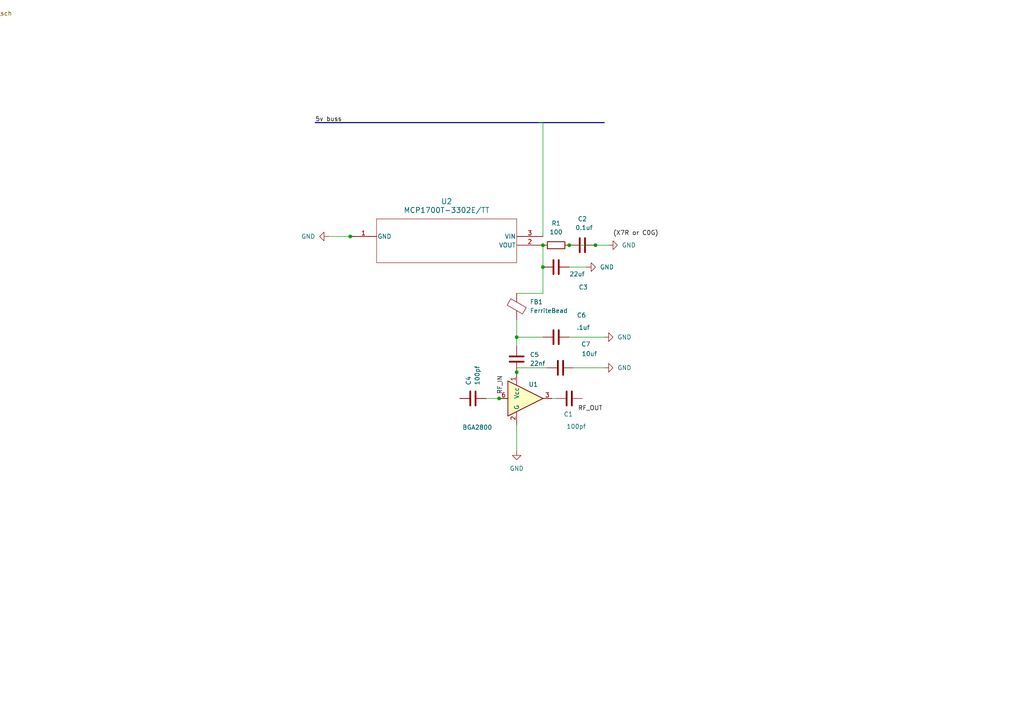
<source format=kicad_sch>
(kicad_sch
	(version 20231120)
	(generator "eeschema")
	(generator_version "8.0")
	(uuid "565dcea6-58c3-4565-a6c8-7ae93ea57e62")
	(paper "A4")
	(lib_symbols
		(symbol "Device:C"
			(pin_numbers hide)
			(pin_names
				(offset 0.254)
			)
			(exclude_from_sim no)
			(in_bom yes)
			(on_board yes)
			(property "Reference" "C"
				(at 0.635 2.54 0)
				(effects
					(font
						(size 1.27 1.27)
					)
					(justify left)
				)
			)
			(property "Value" "C"
				(at 0.635 -2.54 0)
				(effects
					(font
						(size 1.27 1.27)
					)
					(justify left)
				)
			)
			(property "Footprint" ""
				(at 0.9652 -3.81 0)
				(effects
					(font
						(size 1.27 1.27)
					)
					(hide yes)
				)
			)
			(property "Datasheet" "~"
				(at 0 0 0)
				(effects
					(font
						(size 1.27 1.27)
					)
					(hide yes)
				)
			)
			(property "Description" "Unpolarized capacitor"
				(at 0 0 0)
				(effects
					(font
						(size 1.27 1.27)
					)
					(hide yes)
				)
			)
			(property "ki_keywords" "cap capacitor"
				(at 0 0 0)
				(effects
					(font
						(size 1.27 1.27)
					)
					(hide yes)
				)
			)
			(property "ki_fp_filters" "C_*"
				(at 0 0 0)
				(effects
					(font
						(size 1.27 1.27)
					)
					(hide yes)
				)
			)
			(symbol "C_0_1"
				(polyline
					(pts
						(xy -2.032 -0.762) (xy 2.032 -0.762)
					)
					(stroke
						(width 0.508)
						(type default)
					)
					(fill
						(type none)
					)
				)
				(polyline
					(pts
						(xy -2.032 0.762) (xy 2.032 0.762)
					)
					(stroke
						(width 0.508)
						(type default)
					)
					(fill
						(type none)
					)
				)
			)
			(symbol "C_1_1"
				(pin passive line
					(at 0 3.81 270)
					(length 2.794)
					(name "~"
						(effects
							(font
								(size 1.27 1.27)
							)
						)
					)
					(number "1"
						(effects
							(font
								(size 1.27 1.27)
							)
						)
					)
				)
				(pin passive line
					(at 0 -3.81 90)
					(length 2.794)
					(name "~"
						(effects
							(font
								(size 1.27 1.27)
							)
						)
					)
					(number "2"
						(effects
							(font
								(size 1.27 1.27)
							)
						)
					)
				)
			)
		)
		(symbol "Device:FerriteBead"
			(pin_numbers hide)
			(pin_names
				(offset 0)
			)
			(exclude_from_sim no)
			(in_bom yes)
			(on_board yes)
			(property "Reference" "FB"
				(at -3.81 0.635 90)
				(effects
					(font
						(size 1.27 1.27)
					)
				)
			)
			(property "Value" "FerriteBead"
				(at 3.81 0 90)
				(effects
					(font
						(size 1.27 1.27)
					)
				)
			)
			(property "Footprint" ""
				(at -1.778 0 90)
				(effects
					(font
						(size 1.27 1.27)
					)
					(hide yes)
				)
			)
			(property "Datasheet" "~"
				(at 0 0 0)
				(effects
					(font
						(size 1.27 1.27)
					)
					(hide yes)
				)
			)
			(property "Description" "Ferrite bead"
				(at 0 0 0)
				(effects
					(font
						(size 1.27 1.27)
					)
					(hide yes)
				)
			)
			(property "ki_keywords" "L ferrite bead inductor filter"
				(at 0 0 0)
				(effects
					(font
						(size 1.27 1.27)
					)
					(hide yes)
				)
			)
			(property "ki_fp_filters" "Inductor_* L_* *Ferrite*"
				(at 0 0 0)
				(effects
					(font
						(size 1.27 1.27)
					)
					(hide yes)
				)
			)
			(symbol "FerriteBead_0_1"
				(polyline
					(pts
						(xy 0 -1.27) (xy 0 -1.2192)
					)
					(stroke
						(width 0)
						(type default)
					)
					(fill
						(type none)
					)
				)
				(polyline
					(pts
						(xy 0 1.27) (xy 0 1.2954)
					)
					(stroke
						(width 0)
						(type default)
					)
					(fill
						(type none)
					)
				)
				(polyline
					(pts
						(xy -2.7686 0.4064) (xy -1.7018 2.2606) (xy 2.7686 -0.3048) (xy 1.6764 -2.159) (xy -2.7686 0.4064)
					)
					(stroke
						(width 0)
						(type default)
					)
					(fill
						(type none)
					)
				)
			)
			(symbol "FerriteBead_1_1"
				(pin passive line
					(at 0 3.81 270)
					(length 2.54)
					(name "~"
						(effects
							(font
								(size 1.27 1.27)
							)
						)
					)
					(number "1"
						(effects
							(font
								(size 1.27 1.27)
							)
						)
					)
				)
				(pin passive line
					(at 0 -3.81 90)
					(length 2.54)
					(name "~"
						(effects
							(font
								(size 1.27 1.27)
							)
						)
					)
					(number "2"
						(effects
							(font
								(size 1.27 1.27)
							)
						)
					)
				)
			)
		)
		(symbol "Device:R"
			(pin_numbers hide)
			(pin_names
				(offset 0)
			)
			(exclude_from_sim no)
			(in_bom yes)
			(on_board yes)
			(property "Reference" "R"
				(at 2.032 0 90)
				(effects
					(font
						(size 1.27 1.27)
					)
				)
			)
			(property "Value" "R"
				(at 0 0 90)
				(effects
					(font
						(size 1.27 1.27)
					)
				)
			)
			(property "Footprint" ""
				(at -1.778 0 90)
				(effects
					(font
						(size 1.27 1.27)
					)
					(hide yes)
				)
			)
			(property "Datasheet" "~"
				(at 0 0 0)
				(effects
					(font
						(size 1.27 1.27)
					)
					(hide yes)
				)
			)
			(property "Description" "Resistor"
				(at 0 0 0)
				(effects
					(font
						(size 1.27 1.27)
					)
					(hide yes)
				)
			)
			(property "ki_keywords" "R res resistor"
				(at 0 0 0)
				(effects
					(font
						(size 1.27 1.27)
					)
					(hide yes)
				)
			)
			(property "ki_fp_filters" "R_*"
				(at 0 0 0)
				(effects
					(font
						(size 1.27 1.27)
					)
					(hide yes)
				)
			)
			(symbol "R_0_1"
				(rectangle
					(start -1.016 -2.54)
					(end 1.016 2.54)
					(stroke
						(width 0.254)
						(type default)
					)
					(fill
						(type none)
					)
				)
			)
			(symbol "R_1_1"
				(pin passive line
					(at 0 3.81 270)
					(length 1.27)
					(name "~"
						(effects
							(font
								(size 1.27 1.27)
							)
						)
					)
					(number "1"
						(effects
							(font
								(size 1.27 1.27)
							)
						)
					)
				)
				(pin passive line
					(at 0 -3.81 90)
					(length 1.27)
					(name "~"
						(effects
							(font
								(size 1.27 1.27)
							)
						)
					)
					(number "2"
						(effects
							(font
								(size 1.27 1.27)
							)
						)
					)
				)
			)
		)
		(symbol "New_Library_2:MCP1700T-3302E_TT"
			(pin_names
				(offset 0.254)
			)
			(exclude_from_sim no)
			(in_bom yes)
			(on_board yes)
			(property "Reference" "U"
				(at 27.94 10.16 0)
				(effects
					(font
						(size 1.524 1.524)
					)
				)
			)
			(property "Value" "MCP1700T-3302E/TT"
				(at 27.94 7.62 0)
				(effects
					(font
						(size 1.524 1.524)
					)
				)
			)
			(property "Footprint" "SOT-23_MC_MCH"
				(at 0 0 0)
				(effects
					(font
						(size 1.27 1.27)
						(italic yes)
					)
					(hide yes)
				)
			)
			(property "Datasheet" "MCP1700T-3302E/TT"
				(at 0 0 0)
				(effects
					(font
						(size 1.27 1.27)
						(italic yes)
					)
					(hide yes)
				)
			)
			(property "Description" ""
				(at 0 0 0)
				(effects
					(font
						(size 1.27 1.27)
					)
					(hide yes)
				)
			)
			(property "ki_locked" ""
				(at 0 0 0)
				(effects
					(font
						(size 1.27 1.27)
					)
				)
			)
			(property "ki_keywords" "MCP1700T-3302E/TT"
				(at 0 0 0)
				(effects
					(font
						(size 1.27 1.27)
					)
					(hide yes)
				)
			)
			(property "ki_fp_filters" "SOT-23_MC_MCH SOT-23_MC_MCH-M SOT-23_MC_MCH-L"
				(at 0 0 0)
				(effects
					(font
						(size 1.27 1.27)
					)
					(hide yes)
				)
			)
			(symbol "MCP1700T-3302E_TT_0_1"
				(polyline
					(pts
						(xy 7.62 -7.62) (xy 48.26 -7.62)
					)
					(stroke
						(width 0.127)
						(type default)
					)
					(fill
						(type none)
					)
				)
				(polyline
					(pts
						(xy 7.62 5.08) (xy 7.62 -7.62)
					)
					(stroke
						(width 0.127)
						(type default)
					)
					(fill
						(type none)
					)
				)
				(polyline
					(pts
						(xy 48.26 -7.62) (xy 48.26 5.08)
					)
					(stroke
						(width 0.127)
						(type default)
					)
					(fill
						(type none)
					)
				)
				(polyline
					(pts
						(xy 48.26 5.08) (xy 7.62 5.08)
					)
					(stroke
						(width 0.127)
						(type default)
					)
					(fill
						(type none)
					)
				)
				(pin unspecified line
					(at 0 0 0)
					(length 7.62)
					(name "GND"
						(effects
							(font
								(size 1.27 1.27)
							)
						)
					)
					(number "1"
						(effects
							(font
								(size 1.27 1.27)
							)
						)
					)
				)
				(pin unspecified line
					(at 55.88 -2.54 180)
					(length 7.62)
					(name "VOUT"
						(effects
							(font
								(size 1.27 1.27)
							)
						)
					)
					(number "2"
						(effects
							(font
								(size 1.27 1.27)
							)
						)
					)
				)
				(pin unspecified line
					(at 55.88 0 180)
					(length 7.62)
					(name "VIN"
						(effects
							(font
								(size 1.27 1.27)
							)
						)
					)
					(number "3"
						(effects
							(font
								(size 1.27 1.27)
							)
						)
					)
				)
			)
		)
		(symbol "RF_Amplifier:BGA2800"
			(exclude_from_sim no)
			(in_bom yes)
			(on_board yes)
			(property "Reference" "U"
				(at 2.54 6.35 0)
				(effects
					(font
						(size 1.27 1.27)
					)
				)
			)
			(property "Value" "BGA2800"
				(at 3.81 3.81 0)
				(effects
					(font
						(size 1.27 1.27)
					)
				)
			)
			(property "Footprint" "Package_TO_SOT_SMD:SOT-363_SC-70-6"
				(at -1.27 -16.51 0)
				(effects
					(font
						(size 1.27 1.27)
					)
					(hide yes)
				)
			)
			(property "Datasheet" "https://www.nxp.com/docs/en/data-sheet/BGA2800.pdf"
				(at 0 0 0)
				(effects
					(font
						(size 1.27 1.27)
					)
					(hide yes)
				)
			)
			(property "Description" "MMIC wideband amplifier, DC-2.2GHz, +20.2dB @ 2150MHz, 3.3V, SOT-363"
				(at 0 0 0)
				(effects
					(font
						(size 1.27 1.27)
					)
					(hide yes)
				)
			)
			(property "ki_keywords" "RF GAIN BLOCK"
				(at 0 0 0)
				(effects
					(font
						(size 1.27 1.27)
					)
					(hide yes)
				)
			)
			(property "ki_fp_filters" "SOT*363*"
				(at 0 0 0)
				(effects
					(font
						(size 1.27 1.27)
					)
					(hide yes)
				)
			)
			(symbol "BGA2800_0_1"
				(polyline
					(pts
						(xy 5.08 0) (xy -5.08 5.08) (xy -5.08 -5.08) (xy 5.08 0)
					)
					(stroke
						(width 0.254)
						(type default)
					)
					(fill
						(type background)
					)
				)
			)
			(symbol "BGA2800_1_1"
				(pin power_in line
					(at -2.54 7.62 270)
					(length 3.81)
					(name "Vcc"
						(effects
							(font
								(size 1.27 1.27)
							)
						)
					)
					(number "1"
						(effects
							(font
								(size 1.27 1.27)
							)
						)
					)
				)
				(pin power_in line
					(at -2.54 -7.62 90)
					(length 3.81)
					(name "G"
						(effects
							(font
								(size 1.27 1.27)
							)
						)
					)
					(number "2"
						(effects
							(font
								(size 1.27 1.27)
							)
						)
					)
				)
				(pin output line
					(at 7.62 0 180)
					(length 2.54)
					(name "~"
						(effects
							(font
								(size 1.27 1.27)
							)
						)
					)
					(number "3"
						(effects
							(font
								(size 1.27 1.27)
							)
						)
					)
				)
				(pin passive line
					(at -2.54 -7.62 90)
					(length 3.81) hide
					(name "G"
						(effects
							(font
								(size 1.27 1.27)
							)
						)
					)
					(number "4"
						(effects
							(font
								(size 1.27 1.27)
							)
						)
					)
				)
				(pin passive line
					(at -2.54 -7.62 90)
					(length 3.81) hide
					(name "G"
						(effects
							(font
								(size 1.27 1.27)
							)
						)
					)
					(number "5"
						(effects
							(font
								(size 1.27 1.27)
							)
						)
					)
				)
				(pin input line
					(at -7.62 0 0)
					(length 2.54)
					(name "~"
						(effects
							(font
								(size 1.27 1.27)
							)
						)
					)
					(number "6"
						(effects
							(font
								(size 1.27 1.27)
							)
						)
					)
				)
			)
		)
		(symbol "power:GND"
			(power)
			(pin_numbers hide)
			(pin_names
				(offset 0) hide)
			(exclude_from_sim no)
			(in_bom yes)
			(on_board yes)
			(property "Reference" "#PWR"
				(at 0 -6.35 0)
				(effects
					(font
						(size 1.27 1.27)
					)
					(hide yes)
				)
			)
			(property "Value" "GND"
				(at 0 -3.81 0)
				(effects
					(font
						(size 1.27 1.27)
					)
				)
			)
			(property "Footprint" ""
				(at 0 0 0)
				(effects
					(font
						(size 1.27 1.27)
					)
					(hide yes)
				)
			)
			(property "Datasheet" ""
				(at 0 0 0)
				(effects
					(font
						(size 1.27 1.27)
					)
					(hide yes)
				)
			)
			(property "Description" "Power symbol creates a global label with name \"GND\" , ground"
				(at 0 0 0)
				(effects
					(font
						(size 1.27 1.27)
					)
					(hide yes)
				)
			)
			(property "ki_keywords" "global power"
				(at 0 0 0)
				(effects
					(font
						(size 1.27 1.27)
					)
					(hide yes)
				)
			)
			(symbol "GND_0_1"
				(polyline
					(pts
						(xy 0 0) (xy 0 -1.27) (xy 1.27 -1.27) (xy 0 -2.54) (xy -1.27 -1.27) (xy 0 -1.27)
					)
					(stroke
						(width 0)
						(type default)
					)
					(fill
						(type none)
					)
				)
			)
			(symbol "GND_1_1"
				(pin power_in line
					(at 0 0 270)
					(length 0)
					(name "~"
						(effects
							(font
								(size 1.27 1.27)
							)
						)
					)
					(number "1"
						(effects
							(font
								(size 1.27 1.27)
							)
						)
					)
				)
			)
		)
	)
	(junction
		(at 144.78 115.57)
		(diameter 0)
		(color 0 0 0 0)
		(uuid "03d4538c-14b9-4496-ae53-218bd4ee3283")
	)
	(junction
		(at 149.86 97.79)
		(diameter 0)
		(color 0 0 0 0)
		(uuid "1588f194-637c-4e92-9a89-7cf3b4b9695c")
	)
	(junction
		(at 101.6 68.58)
		(diameter 0)
		(color 0 0 0 0)
		(uuid "2d2d2133-10ae-4550-81e1-9f52b218a294")
	)
	(junction
		(at 165.1 71.12)
		(diameter 0)
		(color 0 0 0 0)
		(uuid "32e75c6b-cb3a-4db1-9778-11adcd7ac30a")
	)
	(junction
		(at 172.72 71.12)
		(diameter 0)
		(color 0 0 0 0)
		(uuid "51ef0b21-485e-492b-9f8c-a66bad351e7d")
	)
	(junction
		(at 149.86 107.95)
		(diameter 0)
		(color 0 0 0 0)
		(uuid "72dda3b2-2603-433d-b8bd-f650d7142903")
	)
	(junction
		(at 157.48 71.12)
		(diameter 0)
		(color 0 0 0 0)
		(uuid "87487084-a598-4f26-bcd1-7ee8430d6151")
	)
	(junction
		(at 157.48 77.47)
		(diameter 0)
		(color 0 0 0 0)
		(uuid "8e29abf5-d4f5-403e-b99f-98c3c2d15a6e")
	)
	(wire
		(pts
			(xy 140.97 115.57) (xy 144.78 115.57)
		)
		(stroke
			(width 0)
			(type default)
		)
		(uuid "048dcd10-b871-419f-973c-906863c18ac1")
	)
	(wire
		(pts
			(xy 149.86 106.68) (xy 149.86 107.95)
		)
		(stroke
			(width 0)
			(type default)
		)
		(uuid "1bf2f1a4-c48d-4131-8a93-ba9ad389e0dc")
	)
	(wire
		(pts
			(xy 157.48 77.47) (xy 157.48 85.09)
		)
		(stroke
			(width 0)
			(type default)
		)
		(uuid "1fa55c22-58f8-4129-97ad-b2eca77a5ee8")
	)
	(wire
		(pts
			(xy 165.1 71.12) (xy 172.72 71.12)
		)
		(stroke
			(width 0)
			(type default)
		)
		(uuid "292af947-5e98-478d-85ce-b0d3ce88fd21")
	)
	(wire
		(pts
			(xy 172.72 71.12) (xy 176.53 71.12)
		)
		(stroke
			(width 0)
			(type default)
		)
		(uuid "2c2f2c54-1165-4853-bf8a-4f7ebcffc042")
	)
	(wire
		(pts
			(xy 161.29 115.57) (xy 160.02 115.57)
		)
		(stroke
			(width 0)
			(type default)
		)
		(uuid "3b961620-a954-4fde-864d-247fb67e92ae")
	)
	(wire
		(pts
			(xy 165.1 97.79) (xy 175.26 97.79)
		)
		(stroke
			(width 0)
			(type default)
		)
		(uuid "4049d503-9bcc-475e-a9aa-1238c659d5f8")
	)
	(wire
		(pts
			(xy 156.21 35.56) (xy 157.48 35.56)
		)
		(stroke
			(width 0)
			(type default)
		)
		(uuid "4a678a99-2a85-418a-960c-638952eff44c")
	)
	(wire
		(pts
			(xy 166.37 106.68) (xy 175.26 106.68)
		)
		(stroke
			(width 0)
			(type default)
		)
		(uuid "50e426d1-ddf3-4cc2-9aaf-75e24ec8821a")
	)
	(wire
		(pts
			(xy 149.86 123.19) (xy 149.86 130.81)
		)
		(stroke
			(width 0)
			(type default)
		)
		(uuid "7ce2096c-4ec8-4f1e-a59c-6ff22d674359")
	)
	(wire
		(pts
			(xy 157.48 68.58) (xy 157.48 35.56)
		)
		(stroke
			(width 0)
			(type default)
		)
		(uuid "8ff4ef95-8e45-441b-b7bc-7e2cd5ef30e7")
	)
	(wire
		(pts
			(xy 157.48 71.12) (xy 157.48 77.47)
		)
		(stroke
			(width 0)
			(type default)
		)
		(uuid "9a19ef62-0e64-4253-b24b-c0bd127d7125")
	)
	(wire
		(pts
			(xy 149.86 97.79) (xy 149.86 100.33)
		)
		(stroke
			(width 0)
			(type default)
		)
		(uuid "a00f41c9-247c-4798-8359-1ae14228f721")
	)
	(wire
		(pts
			(xy 144.78 115.57) (xy 147.32 115.57)
		)
		(stroke
			(width 0)
			(type default)
		)
		(uuid "a03602c2-74f6-44b3-8ad2-d9bdf2a10884")
	)
	(wire
		(pts
			(xy 165.1 77.47) (xy 170.18 77.47)
		)
		(stroke
			(width 0)
			(type default)
		)
		(uuid "b78e01eb-668f-4264-a70e-98d444c939ae")
	)
	(wire
		(pts
			(xy 149.86 106.68) (xy 158.75 106.68)
		)
		(stroke
			(width 0)
			(type default)
		)
		(uuid "c09928ba-302a-463c-9d47-a37301f76986")
	)
	(wire
		(pts
			(xy 149.86 92.71) (xy 149.86 97.79)
		)
		(stroke
			(width 0)
			(type default)
		)
		(uuid "c939fc9b-8a26-49b1-9c62-fab3ae0c1367")
	)
	(wire
		(pts
			(xy 95.25 68.58) (xy 101.6 68.58)
		)
		(stroke
			(width 0)
			(type default)
		)
		(uuid "e25d6f97-3423-4c6c-ae4f-bafbfb2a244c")
	)
	(wire
		(pts
			(xy 149.86 97.79) (xy 157.48 97.79)
		)
		(stroke
			(width 0)
			(type default)
		)
		(uuid "e6dfae90-b3ca-4836-b4ef-9baa96c2bfa3")
	)
	(wire
		(pts
			(xy 149.86 85.09) (xy 157.48 85.09)
		)
		(stroke
			(width 0)
			(type default)
		)
		(uuid "ef6e8058-b8f0-48db-bd81-85f4bc2647a7")
	)
	(bus
		(pts
			(xy 91.44 35.56) (xy 175.26 35.56)
		)
		(stroke
			(width 0)
			(type default)
		)
		(uuid "f83dac8a-68ea-456e-9634-966a4925c483")
	)
	(wire
		(pts
			(xy 101.6 68.58) (xy 102.87 68.58)
		)
		(stroke
			(width 0)
			(type default)
		)
		(uuid "ffe2257a-4436-47a1-ac27-e7baf034c47f")
	)
	(label "(X7R or C0G)"
		(at 177.8 68.58 0)
		(effects
			(font
				(size 1.27 1.27)
			)
			(justify left bottom)
		)
		(uuid "482ba3ee-4e5c-42d6-8a86-2df52eadbb6d")
	)
	(label "RF_OUT"
		(at 167.64 119.38 0)
		(effects
			(font
				(size 1.27 1.27)
			)
			(justify left bottom)
		)
		(uuid "8168b538-21ab-4a09-8966-0afbf6a3bfe6")
	)
	(label "RF_IN"
		(at 146.05 114.3 90)
		(effects
			(font
				(size 1.27 1.27)
			)
			(justify left bottom)
		)
		(uuid "a3170a6c-7531-45a3-8900-d7286a421fee")
	)
	(label "5v buss"
		(at 91.44 35.56 0)
		(effects
			(font
				(size 1.27 1.27)
			)
			(justify left bottom)
		)
		(uuid "e2ed5435-2c3c-4ea2-b2d0-91b66641df1c")
	)
	(symbol
		(lib_id "Device:C")
		(at 161.29 97.79 90)
		(unit 1)
		(exclude_from_sim no)
		(in_bom yes)
		(on_board yes)
		(dnp no)
		(uuid "2aaa70bc-e908-4709-8738-a7c53961b257")
		(property "Reference" "C6"
			(at 168.656 91.44 90)
			(effects
				(font
					(size 1.27 1.27)
				)
			)
		)
		(property "Value" ".1uf"
			(at 169.164 94.996 90)
			(effects
				(font
					(size 1.27 1.27)
				)
			)
		)
		(property "Footprint" ""
			(at 165.1 96.8248 0)
			(effects
				(font
					(size 1.27 1.27)
				)
				(hide yes)
			)
		)
		(property "Datasheet" "~"
			(at 161.29 97.79 0)
			(effects
				(font
					(size 1.27 1.27)
				)
				(hide yes)
			)
		)
		(property "Description" "Unpolarized capacitor"
			(at 161.29 97.79 0)
			(effects
				(font
					(size 1.27 1.27)
				)
				(hide yes)
			)
		)
		(pin "2"
			(uuid "bd088a34-ca17-46d5-bde1-f57b58867187")
		)
		(pin "1"
			(uuid "785f616b-b3cb-424c-815e-bfd715de3af7")
		)
		(instances
			(project ""
				(path "/565dcea6-58c3-4565-a6c8-7ae93ea57e62"
					(reference "C6")
					(unit 1)
				)
			)
		)
	)
	(symbol
		(lib_id "Device:FerriteBead")
		(at 149.86 88.9 0)
		(unit 1)
		(exclude_from_sim no)
		(in_bom yes)
		(on_board yes)
		(dnp no)
		(fields_autoplaced yes)
		(uuid "2b436af7-4524-417e-bbe6-8abeeb0ed127")
		(property "Reference" "FB1"
			(at 153.67 87.5791 0)
			(effects
				(font
					(size 1.27 1.27)
				)
				(justify left)
			)
		)
		(property "Value" "FerriteBead"
			(at 153.67 90.1191 0)
			(effects
				(font
					(size 1.27 1.27)
				)
				(justify left)
			)
		)
		(property "Footprint" ""
			(at 148.082 88.9 90)
			(effects
				(font
					(size 1.27 1.27)
				)
				(hide yes)
			)
		)
		(property "Datasheet" "~"
			(at 149.86 88.9 0)
			(effects
				(font
					(size 1.27 1.27)
				)
				(hide yes)
			)
		)
		(property "Description" "Ferrite bead"
			(at 149.86 88.9 0)
			(effects
				(font
					(size 1.27 1.27)
				)
				(hide yes)
			)
		)
		(pin "1"
			(uuid "82c22b35-e9c8-4d25-8c03-306159e763ef")
		)
		(pin "2"
			(uuid "f07d9731-beb8-4f57-b275-f58f5a0bd1ff")
		)
		(instances
			(project ""
				(path "/565dcea6-58c3-4565-a6c8-7ae93ea57e62"
					(reference "FB1")
					(unit 1)
				)
			)
		)
	)
	(symbol
		(lib_id "Device:C")
		(at 162.56 106.68 90)
		(unit 1)
		(exclude_from_sim no)
		(in_bom yes)
		(on_board yes)
		(dnp no)
		(uuid "39404b74-1df7-4a08-9a07-f81e07ea0650")
		(property "Reference" "C7"
			(at 169.926 99.822 90)
			(effects
				(font
					(size 1.27 1.27)
				)
			)
		)
		(property "Value" "10uf"
			(at 170.942 102.616 90)
			(effects
				(font
					(size 1.27 1.27)
				)
			)
		)
		(property "Footprint" ""
			(at 166.37 105.7148 0)
			(effects
				(font
					(size 1.27 1.27)
				)
				(hide yes)
			)
		)
		(property "Datasheet" "~"
			(at 162.56 106.68 0)
			(effects
				(font
					(size 1.27 1.27)
				)
				(hide yes)
			)
		)
		(property "Description" "Unpolarized capacitor"
			(at 162.56 106.68 0)
			(effects
				(font
					(size 1.27 1.27)
				)
				(hide yes)
			)
		)
		(pin "2"
			(uuid "e88c1f38-12cf-4fd2-b60b-3d680304741c")
		)
		(pin "1"
			(uuid "347a9883-eb0e-4cbe-8ea8-148668b2a864")
		)
		(instances
			(project ""
				(path "/565dcea6-58c3-4565-a6c8-7ae93ea57e62"
					(reference "C7")
					(unit 1)
				)
			)
		)
	)
	(symbol
		(lib_id "Device:C")
		(at 165.1 115.57 90)
		(unit 1)
		(exclude_from_sim no)
		(in_bom yes)
		(on_board yes)
		(dnp no)
		(uuid "4bc05de0-c08f-48c3-b320-e25b74a5d052")
		(property "Reference" "C1"
			(at 164.846 120.142 90)
			(effects
				(font
					(size 1.27 1.27)
				)
			)
		)
		(property "Value" "100pf"
			(at 167.132 123.698 90)
			(effects
				(font
					(size 1.27 1.27)
				)
			)
		)
		(property "Footprint" ""
			(at 168.91 114.6048 0)
			(effects
				(font
					(size 1.27 1.27)
				)
				(hide yes)
			)
		)
		(property "Datasheet" "~"
			(at 165.1 115.57 0)
			(effects
				(font
					(size 1.27 1.27)
				)
				(hide yes)
			)
		)
		(property "Description" "Unpolarized capacitor"
			(at 165.1 115.57 0)
			(effects
				(font
					(size 1.27 1.27)
				)
				(hide yes)
			)
		)
		(pin "1"
			(uuid "5ffb63c0-9810-43f3-b44b-a7ce49040346")
		)
		(pin "2"
			(uuid "e5e519d5-c99b-4d80-9bc5-5f3eee1d02b1")
		)
		(instances
			(project ""
				(path "/565dcea6-58c3-4565-a6c8-7ae93ea57e62"
					(reference "C1")
					(unit 1)
				)
			)
		)
	)
	(symbol
		(lib_id "power:GND")
		(at 175.26 106.68 90)
		(unit 1)
		(exclude_from_sim no)
		(in_bom yes)
		(on_board yes)
		(dnp no)
		(fields_autoplaced yes)
		(uuid "4c7a2620-31b5-4c6e-8d15-771fd9daca17")
		(property "Reference" "#PWR05"
			(at 181.61 106.68 0)
			(effects
				(font
					(size 1.27 1.27)
				)
				(hide yes)
			)
		)
		(property "Value" "GND"
			(at 179.07 106.6799 90)
			(effects
				(font
					(size 1.27 1.27)
				)
				(justify right)
			)
		)
		(property "Footprint" ""
			(at 175.26 106.68 0)
			(effects
				(font
					(size 1.27 1.27)
				)
				(hide yes)
			)
		)
		(property "Datasheet" ""
			(at 175.26 106.68 0)
			(effects
				(font
					(size 1.27 1.27)
				)
				(hide yes)
			)
		)
		(property "Description" "Power symbol creates a global label with name \"GND\" , ground"
			(at 175.26 106.68 0)
			(effects
				(font
					(size 1.27 1.27)
				)
				(hide yes)
			)
		)
		(pin "1"
			(uuid "052e829e-d23c-4a50-b6b4-bd5fc7402b23")
		)
		(instances
			(project ""
				(path "/565dcea6-58c3-4565-a6c8-7ae93ea57e62"
					(reference "#PWR05")
					(unit 1)
				)
			)
		)
	)
	(symbol
		(lib_id "Device:R")
		(at 161.29 71.12 90)
		(unit 1)
		(exclude_from_sim no)
		(in_bom yes)
		(on_board yes)
		(dnp no)
		(fields_autoplaced yes)
		(uuid "5b6afc21-de12-4b89-8d98-a3fb07818893")
		(property "Reference" "R1"
			(at 161.29 64.77 90)
			(effects
				(font
					(size 1.27 1.27)
				)
			)
		)
		(property "Value" "100"
			(at 161.29 67.31 90)
			(effects
				(font
					(size 1.27 1.27)
				)
			)
		)
		(property "Footprint" ""
			(at 161.29 72.898 90)
			(effects
				(font
					(size 1.27 1.27)
				)
				(hide yes)
			)
		)
		(property "Datasheet" "~"
			(at 161.29 71.12 0)
			(effects
				(font
					(size 1.27 1.27)
				)
				(hide yes)
			)
		)
		(property "Description" "Resistor"
			(at 161.29 71.12 0)
			(effects
				(font
					(size 1.27 1.27)
				)
				(hide yes)
			)
		)
		(pin "1"
			(uuid "e5fff7b0-a8f5-47f1-9007-de29dae24e31")
		)
		(pin "2"
			(uuid "5bb4160f-e0d4-4df1-be8e-aa52842a0aa4")
		)
		(instances
			(project ""
				(path "/565dcea6-58c3-4565-a6c8-7ae93ea57e62"
					(reference "R1")
					(unit 1)
				)
			)
		)
	)
	(symbol
		(lib_id "New_Library_2:MCP1700T-3302E_TT")
		(at 101.6 68.58 0)
		(unit 1)
		(exclude_from_sim no)
		(in_bom yes)
		(on_board yes)
		(dnp no)
		(fields_autoplaced yes)
		(uuid "6064e848-4d1a-4497-ab04-2b2af1311339")
		(property "Reference" "U2"
			(at 129.54 58.42 0)
			(effects
				(font
					(size 1.524 1.524)
				)
			)
		)
		(property "Value" "MCP1700T-3302E/TT"
			(at 129.54 60.96 0)
			(effects
				(font
					(size 1.524 1.524)
				)
			)
		)
		(property "Footprint" "SOT-23_MC_MCH"
			(at 101.6 68.58 0)
			(effects
				(font
					(size 1.27 1.27)
					(italic yes)
				)
				(hide yes)
			)
		)
		(property "Datasheet" "MCP1700T-3302E/TT"
			(at 101.6 68.58 0)
			(effects
				(font
					(size 1.27 1.27)
					(italic yes)
				)
				(hide yes)
			)
		)
		(property "Description" ""
			(at 101.6 68.58 0)
			(effects
				(font
					(size 1.27 1.27)
				)
				(hide yes)
			)
		)
		(pin "2"
			(uuid "74e59d6b-7dc9-4258-aea7-19bdbf4291f0")
		)
		(pin "3"
			(uuid "536493cc-cb93-4c71-b7c4-ca47572bcab2")
		)
		(pin "1"
			(uuid "0684f4e3-f1dd-48e8-9bba-daa55a5803a7")
		)
		(instances
			(project ""
				(path "/565dcea6-58c3-4565-a6c8-7ae93ea57e62"
					(reference "U2")
					(unit 1)
				)
			)
		)
	)
	(symbol
		(lib_id "Device:C")
		(at 161.29 77.47 90)
		(unit 1)
		(exclude_from_sim no)
		(in_bom yes)
		(on_board yes)
		(dnp no)
		(uuid "794c3593-9f8c-45ed-844b-c473a4a217b5")
		(property "Reference" "C3"
			(at 169.164 83.312 90)
			(effects
				(font
					(size 1.27 1.27)
				)
			)
		)
		(property "Value" "22uf"
			(at 167.386 79.502 90)
			(effects
				(font
					(size 1.27 1.27)
				)
			)
		)
		(property "Footprint" ""
			(at 165.1 76.5048 0)
			(effects
				(font
					(size 1.27 1.27)
				)
				(hide yes)
			)
		)
		(property "Datasheet" "~"
			(at 161.29 77.47 0)
			(effects
				(font
					(size 1.27 1.27)
				)
				(hide yes)
			)
		)
		(property "Description" "Unpolarized capacitor"
			(at 161.29 77.47 0)
			(effects
				(font
					(size 1.27 1.27)
				)
				(hide yes)
			)
		)
		(pin "2"
			(uuid "031b8046-919e-4674-8ca9-5414f527b865")
		)
		(pin "1"
			(uuid "b3e419d7-c49c-42b8-a7c5-e60d6a759092")
		)
		(instances
			(project ""
				(path "/565dcea6-58c3-4565-a6c8-7ae93ea57e62"
					(reference "C3")
					(unit 1)
				)
			)
		)
	)
	(symbol
		(lib_id "Device:C")
		(at 149.86 104.14 180)
		(unit 1)
		(exclude_from_sim no)
		(in_bom yes)
		(on_board yes)
		(dnp no)
		(fields_autoplaced yes)
		(uuid "7ae3a070-0fd0-45a6-9521-24ffdaeda6db")
		(property "Reference" "C5"
			(at 153.67 102.8699 0)
			(effects
				(font
					(size 1.27 1.27)
				)
				(justify right)
			)
		)
		(property "Value" "22nf"
			(at 153.67 105.4099 0)
			(effects
				(font
					(size 1.27 1.27)
				)
				(justify right)
			)
		)
		(property "Footprint" ""
			(at 148.8948 100.33 0)
			(effects
				(font
					(size 1.27 1.27)
				)
				(hide yes)
			)
		)
		(property "Datasheet" "~"
			(at 149.86 104.14 0)
			(effects
				(font
					(size 1.27 1.27)
				)
				(hide yes)
			)
		)
		(property "Description" "Unpolarized capacitor"
			(at 149.86 104.14 0)
			(effects
				(font
					(size 1.27 1.27)
				)
				(hide yes)
			)
		)
		(pin "1"
			(uuid "2112d1db-1e8e-4d1d-8048-3608640b268e")
		)
		(pin "2"
			(uuid "f068ad9c-ab13-43ec-b774-8da93c7c89d7")
		)
		(instances
			(project ""
				(path "/565dcea6-58c3-4565-a6c8-7ae93ea57e62"
					(reference "C5")
					(unit 1)
				)
			)
		)
	)
	(symbol
		(lib_id "power:GND")
		(at 149.86 130.81 0)
		(unit 1)
		(exclude_from_sim no)
		(in_bom yes)
		(on_board yes)
		(dnp no)
		(fields_autoplaced yes)
		(uuid "85d821d3-7d4a-4522-ace3-5e6a806cabc9")
		(property "Reference" "#PWR03"
			(at 149.86 137.16 0)
			(effects
				(font
					(size 1.27 1.27)
				)
				(hide yes)
			)
		)
		(property "Value" "GND"
			(at 149.86 135.89 0)
			(effects
				(font
					(size 1.27 1.27)
				)
			)
		)
		(property "Footprint" ""
			(at 149.86 130.81 0)
			(effects
				(font
					(size 1.27 1.27)
				)
				(hide yes)
			)
		)
		(property "Datasheet" ""
			(at 149.86 130.81 0)
			(effects
				(font
					(size 1.27 1.27)
				)
				(hide yes)
			)
		)
		(property "Description" "Power symbol creates a global label with name \"GND\" , ground"
			(at 149.86 130.81 0)
			(effects
				(font
					(size 1.27 1.27)
				)
				(hide yes)
			)
		)
		(pin "1"
			(uuid "44d65816-221d-494f-8068-157c95bc0152")
		)
		(instances
			(project ""
				(path "/565dcea6-58c3-4565-a6c8-7ae93ea57e62"
					(reference "#PWR03")
					(unit 1)
				)
			)
		)
	)
	(symbol
		(lib_id "power:GND")
		(at 95.25 68.58 270)
		(unit 1)
		(exclude_from_sim no)
		(in_bom yes)
		(on_board yes)
		(dnp no)
		(fields_autoplaced yes)
		(uuid "98a43242-0815-4603-b667-d58b8c25bdb5")
		(property "Reference" "#PWR06"
			(at 88.9 68.58 0)
			(effects
				(font
					(size 1.27 1.27)
				)
				(hide yes)
			)
		)
		(property "Value" "GND"
			(at 91.44 68.5799 90)
			(effects
				(font
					(size 1.27 1.27)
				)
				(justify right)
			)
		)
		(property "Footprint" ""
			(at 95.25 68.58 0)
			(effects
				(font
					(size 1.27 1.27)
				)
				(hide yes)
			)
		)
		(property "Datasheet" ""
			(at 95.25 68.58 0)
			(effects
				(font
					(size 1.27 1.27)
				)
				(hide yes)
			)
		)
		(property "Description" "Power symbol creates a global label with name \"GND\" , ground"
			(at 95.25 68.58 0)
			(effects
				(font
					(size 1.27 1.27)
				)
				(hide yes)
			)
		)
		(pin "1"
			(uuid "1ed1254b-5f5a-4b45-9ad3-3df4b7313700")
		)
		(instances
			(project ""
				(path "/565dcea6-58c3-4565-a6c8-7ae93ea57e62"
					(reference "#PWR06")
					(unit 1)
				)
			)
		)
	)
	(symbol
		(lib_id "Device:C")
		(at 168.91 71.12 90)
		(unit 1)
		(exclude_from_sim no)
		(in_bom yes)
		(on_board yes)
		(dnp no)
		(uuid "bf0d7de2-b6be-4637-94ce-02c9d8699328")
		(property "Reference" "C2"
			(at 168.91 63.5 90)
			(effects
				(font
					(size 1.27 1.27)
				)
			)
		)
		(property "Value" "0.1uf"
			(at 169.418 66.04 90)
			(effects
				(font
					(size 1.27 1.27)
				)
			)
		)
		(property "Footprint" ""
			(at 172.72 70.1548 0)
			(effects
				(font
					(size 1.27 1.27)
				)
				(hide yes)
			)
		)
		(property "Datasheet" "~"
			(at 168.91 71.12 0)
			(effects
				(font
					(size 1.27 1.27)
				)
				(hide yes)
			)
		)
		(property "Description" "Unpolarized capacitor"
			(at 168.91 71.12 0)
			(effects
				(font
					(size 1.27 1.27)
				)
				(hide yes)
			)
		)
		(pin "1"
			(uuid "7e93a174-3b1c-443e-849b-e72a6538748f")
		)
		(pin "2"
			(uuid "bf6b2507-cc4b-41f5-a20d-3b5067c2c4cb")
		)
		(instances
			(project ""
				(path "/565dcea6-58c3-4565-a6c8-7ae93ea57e62"
					(reference "C2")
					(unit 1)
				)
			)
		)
	)
	(symbol
		(lib_id "RF_Amplifier:BGA2800")
		(at 152.4 115.57 0)
		(unit 1)
		(exclude_from_sim no)
		(in_bom yes)
		(on_board yes)
		(dnp no)
		(uuid "dccfbbe1-8b70-4ff4-8743-c3e193e15fdc")
		(property "Reference" "U1"
			(at 154.686 111.506 0)
			(effects
				(font
					(size 1.27 1.27)
				)
			)
		)
		(property "Value" "BGA2800"
			(at 138.43 123.952 0)
			(effects
				(font
					(size 1.27 1.27)
				)
			)
		)
		(property "Footprint" "Package_TO_SOT_SMD:SOT-363_SC-70-6"
			(at 151.13 132.08 0)
			(effects
				(font
					(size 1.27 1.27)
				)
				(hide yes)
			)
		)
		(property "Datasheet" "https://www.nxp.com/docs/en/data-sheet/BGA2800.pdf"
			(at 152.4 115.57 0)
			(effects
				(font
					(size 1.27 1.27)
				)
				(hide yes)
			)
		)
		(property "Description" "MMIC wideband amplifier, DC-2.2GHz, +20.2dB @ 2150MHz, 3.3V, SOT-363"
			(at 152.4 115.57 0)
			(effects
				(font
					(size 1.27 1.27)
				)
				(hide yes)
			)
		)
		(pin "1"
			(uuid "98799c02-11ce-4a7a-9592-70a17c53d1c9")
		)
		(pin "5"
			(uuid "02b4103b-eaf7-4a89-a2fa-ddd03ec40c57")
		)
		(pin "6"
			(uuid "76d36a5d-09b2-4613-b728-0c66bdec8285")
		)
		(pin "3"
			(uuid "48929062-00d3-4b0c-96be-6cfb83a04b79")
		)
		(pin "2"
			(uuid "a3116b1b-939c-4d79-bbe1-816899419ce7")
		)
		(pin "4"
			(uuid "1d65ddad-9e8d-47f5-b935-6f6989f4ba23")
		)
		(instances
			(project ""
				(path "/565dcea6-58c3-4565-a6c8-7ae93ea57e62"
					(reference "U1")
					(unit 1)
				)
			)
		)
	)
	(symbol
		(lib_id "Device:C")
		(at 137.16 115.57 90)
		(unit 1)
		(exclude_from_sim no)
		(in_bom yes)
		(on_board yes)
		(dnp no)
		(fields_autoplaced yes)
		(uuid "e6467f88-733e-469f-8695-b485c24b0c36")
		(property "Reference" "C4"
			(at 135.8899 111.76 0)
			(effects
				(font
					(size 1.27 1.27)
				)
				(justify left)
			)
		)
		(property "Value" "100pf"
			(at 138.4299 111.76 0)
			(effects
				(font
					(size 1.27 1.27)
				)
				(justify left)
			)
		)
		(property "Footprint" ""
			(at 140.97 114.6048 0)
			(effects
				(font
					(size 1.27 1.27)
				)
				(hide yes)
			)
		)
		(property "Datasheet" "~"
			(at 137.16 115.57 0)
			(effects
				(font
					(size 1.27 1.27)
				)
				(hide yes)
			)
		)
		(property "Description" "Unpolarized capacitor"
			(at 137.16 115.57 0)
			(effects
				(font
					(size 1.27 1.27)
				)
				(hide yes)
			)
		)
		(pin "2"
			(uuid "5d3b7c45-821c-4528-9d9f-a3bdbc442907")
		)
		(pin "1"
			(uuid "22333347-b1ad-4ac8-8474-75901a580380")
		)
		(instances
			(project ""
				(path "/565dcea6-58c3-4565-a6c8-7ae93ea57e62"
					(reference "C4")
					(unit 1)
				)
			)
		)
	)
	(symbol
		(lib_id "power:GND")
		(at 170.18 77.47 90)
		(unit 1)
		(exclude_from_sim no)
		(in_bom yes)
		(on_board yes)
		(dnp no)
		(fields_autoplaced yes)
		(uuid "ee4034f7-533d-4df0-8fa7-a593a6026160")
		(property "Reference" "#PWR02"
			(at 176.53 77.47 0)
			(effects
				(font
					(size 1.27 1.27)
				)
				(hide yes)
			)
		)
		(property "Value" "GND"
			(at 173.99 77.4699 90)
			(effects
				(font
					(size 1.27 1.27)
				)
				(justify right)
			)
		)
		(property "Footprint" ""
			(at 170.18 77.47 0)
			(effects
				(font
					(size 1.27 1.27)
				)
				(hide yes)
			)
		)
		(property "Datasheet" ""
			(at 170.18 77.47 0)
			(effects
				(font
					(size 1.27 1.27)
				)
				(hide yes)
			)
		)
		(property "Description" "Power symbol creates a global label with name \"GND\" , ground"
			(at 170.18 77.47 0)
			(effects
				(font
					(size 1.27 1.27)
				)
				(hide yes)
			)
		)
		(pin "1"
			(uuid "03cc63c5-ca6b-4ff4-bed8-5c98978596fd")
		)
		(instances
			(project ""
				(path "/565dcea6-58c3-4565-a6c8-7ae93ea57e62"
					(reference "#PWR02")
					(unit 1)
				)
			)
		)
	)
	(symbol
		(lib_id "power:GND")
		(at 176.53 71.12 90)
		(unit 1)
		(exclude_from_sim no)
		(in_bom yes)
		(on_board yes)
		(dnp no)
		(fields_autoplaced yes)
		(uuid "f2827fb2-d912-45e1-98c8-cad92566dd0a")
		(property "Reference" "#PWR01"
			(at 182.88 71.12 0)
			(effects
				(font
					(size 1.27 1.27)
				)
				(hide yes)
			)
		)
		(property "Value" "GND"
			(at 180.34 71.1199 90)
			(effects
				(font
					(size 1.27 1.27)
				)
				(justify right)
			)
		)
		(property "Footprint" ""
			(at 176.53 71.12 0)
			(effects
				(font
					(size 1.27 1.27)
				)
				(hide yes)
			)
		)
		(property "Datasheet" ""
			(at 176.53 71.12 0)
			(effects
				(font
					(size 1.27 1.27)
				)
				(hide yes)
			)
		)
		(property "Description" "Power symbol creates a global label with name \"GND\" , ground"
			(at 176.53 71.12 0)
			(effects
				(font
					(size 1.27 1.27)
				)
				(hide yes)
			)
		)
		(pin "1"
			(uuid "78c200cb-3ba5-4889-a611-efdcfc4b9908")
		)
		(instances
			(project ""
				(path "/565dcea6-58c3-4565-a6c8-7ae93ea57e62"
					(reference "#PWR01")
					(unit 1)
				)
			)
		)
	)
	(symbol
		(lib_id "power:GND")
		(at 175.26 97.79 90)
		(unit 1)
		(exclude_from_sim no)
		(in_bom yes)
		(on_board yes)
		(dnp no)
		(fields_autoplaced yes)
		(uuid "fdc97e4f-8799-4cb5-9a5f-db7d534688ac")
		(property "Reference" "#PWR04"
			(at 181.61 97.79 0)
			(effects
				(font
					(size 1.27 1.27)
				)
				(hide yes)
			)
		)
		(property "Value" "GND"
			(at 179.07 97.7899 90)
			(effects
				(font
					(size 1.27 1.27)
				)
				(justify right)
			)
		)
		(property "Footprint" ""
			(at 175.26 97.79 0)
			(effects
				(font
					(size 1.27 1.27)
				)
				(hide yes)
			)
		)
		(property "Datasheet" ""
			(at 175.26 97.79 0)
			(effects
				(font
					(size 1.27 1.27)
				)
				(hide yes)
			)
		)
		(property "Description" "Power symbol creates a global label with name \"GND\" , ground"
			(at 175.26 97.79 0)
			(effects
				(font
					(size 1.27 1.27)
				)
				(hide yes)
			)
		)
		(pin "1"
			(uuid "bde0fe00-9917-47a3-a69d-09d4bb70ac38")
		)
		(instances
			(project ""
				(path "/565dcea6-58c3-4565-a6c8-7ae93ea57e62"
					(reference "#PWR04")
					(unit 1)
				)
			)
		)
	)
	(sheet
		(at -16.51 -1.27)
		(size 12.7 3.81)
		(fields_autoplaced yes)
		(stroke
			(width 0.1524)
			(type solid)
		)
		(fill
			(color 0 0 0 0.0000)
		)
		(uuid "473212fd-8802-4af7-a2f6-60a1a9de63d6")
		(property "Sheetname" "Filter"
			(at -16.51 -1.9816 0)
			(effects
				(font
					(size 1.27 1.27)
				)
				(justify left bottom)
			)
		)
		(property "Sheetfile" "Filter.kicad_sch"
			(at -16.51 3.1246 0)
			(effects
				(font
					(size 1.27 1.27)
				)
				(justify left top)
			)
		)
		(instances
			(project "10GHz_LNA_KiCad8_Project"
				(path "/565dcea6-58c3-4565-a6c8-7ae93ea57e62"
					(page "2")
				)
			)
		)
	)
	(sheet_instances
		(path "/"
			(page "1")
		)
	)
)

</source>
